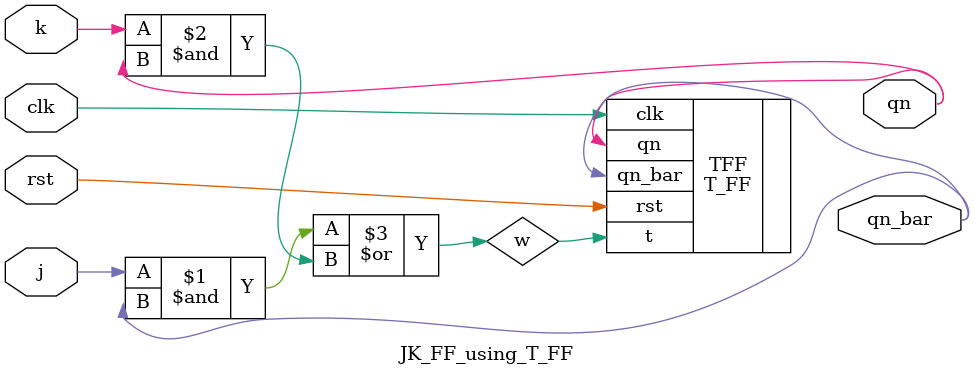
<source format=v>
`timescale 1ns / 1ps


module JK_FF_using_T_FF(
    input j,
    input k,
    input clk,
    input rst,
    output qn,
    output qn_bar
    );
    wire w; 
    assign w=j & qn_bar | k & qn; 
    T_FF TFF(.t(w),.clk(clk),.rst(rst),.qn(qn),.qn_bar(qn_bar));
endmodule

</source>
